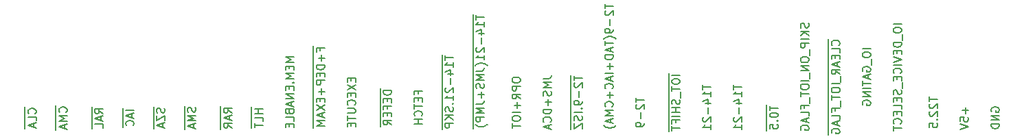
<source format=gbr>
G04 #@! TF.GenerationSoftware,KiCad,Pcbnew,(5.1.10-1-10_14)*
G04 #@! TF.CreationDate,2022-02-06T21:24:09+11:00*
G04 #@! TF.ProjectId,educ 8 decoder,65647563-2038-4206-9465-636f6465722e,rev?*
G04 #@! TF.SameCoordinates,Original*
G04 #@! TF.FileFunction,Legend,Bot*
G04 #@! TF.FilePolarity,Positive*
%FSLAX46Y46*%
G04 Gerber Fmt 4.6, Leading zero omitted, Abs format (unit mm)*
G04 Created by KiCad (PCBNEW (5.1.10-1-10_14)) date 2022-02-06 21:24:09*
%MOMM*%
%LPD*%
G01*
G04 APERTURE LIST*
%ADD10C,0.150000*%
G04 APERTURE END LIST*
D10*
X265400000Y-235268095D02*
X265352380Y-235172857D01*
X265352380Y-235030000D01*
X265400000Y-234887142D01*
X265495238Y-234791904D01*
X265590476Y-234744285D01*
X265780952Y-234696666D01*
X265923809Y-234696666D01*
X266114285Y-234744285D01*
X266209523Y-234791904D01*
X266304761Y-234887142D01*
X266352380Y-235030000D01*
X266352380Y-235125238D01*
X266304761Y-235268095D01*
X266257142Y-235315714D01*
X265923809Y-235315714D01*
X265923809Y-235125238D01*
X266352380Y-235744285D02*
X265352380Y-235744285D01*
X266352380Y-236315714D01*
X265352380Y-236315714D01*
X266352380Y-236791904D02*
X265352380Y-236791904D01*
X265352380Y-237030000D01*
X265400000Y-237172857D01*
X265495238Y-237268095D01*
X265590476Y-237315714D01*
X265780952Y-237363333D01*
X265923809Y-237363333D01*
X266114285Y-237315714D01*
X266209523Y-237268095D01*
X266304761Y-237172857D01*
X266352380Y-237030000D01*
X266352380Y-236791904D01*
X262161428Y-234744285D02*
X262161428Y-235506190D01*
X262542380Y-235125238D02*
X261780476Y-235125238D01*
X261542380Y-236458571D02*
X261542380Y-235982380D01*
X262018571Y-235934761D01*
X261970952Y-235982380D01*
X261923333Y-236077619D01*
X261923333Y-236315714D01*
X261970952Y-236410952D01*
X262018571Y-236458571D01*
X262113809Y-236506190D01*
X262351904Y-236506190D01*
X262447142Y-236458571D01*
X262494761Y-236410952D01*
X262542380Y-236315714D01*
X262542380Y-236077619D01*
X262494761Y-235982380D01*
X262447142Y-235934761D01*
X261542380Y-236791904D02*
X262542380Y-237125238D01*
X261542380Y-237458571D01*
X257732380Y-233442619D02*
X257732380Y-234014047D01*
X258732380Y-233728333D02*
X257732380Y-233728333D01*
X257827619Y-234299761D02*
X257780000Y-234347380D01*
X257732380Y-234442619D01*
X257732380Y-234680714D01*
X257780000Y-234775952D01*
X257827619Y-234823571D01*
X257922857Y-234871190D01*
X258018095Y-234871190D01*
X258160952Y-234823571D01*
X258732380Y-234252142D01*
X258732380Y-234871190D01*
X257827619Y-235252142D02*
X257780000Y-235299761D01*
X257732380Y-235395000D01*
X257732380Y-235633095D01*
X257780000Y-235728333D01*
X257827619Y-235775952D01*
X257922857Y-235823571D01*
X258018095Y-235823571D01*
X258160952Y-235775952D01*
X258732380Y-235204523D01*
X258732380Y-235823571D01*
X258637142Y-236252142D02*
X258684761Y-236299761D01*
X258732380Y-236252142D01*
X258684761Y-236204523D01*
X258637142Y-236252142D01*
X258732380Y-236252142D01*
X257732380Y-237204523D02*
X257732380Y-236728333D01*
X258208571Y-236680714D01*
X258160952Y-236728333D01*
X258113333Y-236823571D01*
X258113333Y-237061666D01*
X258160952Y-237156904D01*
X258208571Y-237204523D01*
X258303809Y-237252142D01*
X258541904Y-237252142D01*
X258637142Y-237204523D01*
X258684761Y-237156904D01*
X258732380Y-237061666D01*
X258732380Y-236823571D01*
X258684761Y-236728333D01*
X258637142Y-236680714D01*
X254287380Y-224426190D02*
X253287380Y-224426190D01*
X253287380Y-225092857D02*
X253287380Y-225283333D01*
X253335000Y-225378571D01*
X253430238Y-225473809D01*
X253620714Y-225521428D01*
X253954047Y-225521428D01*
X254144523Y-225473809D01*
X254239761Y-225378571D01*
X254287380Y-225283333D01*
X254287380Y-225092857D01*
X254239761Y-224997619D01*
X254144523Y-224902380D01*
X253954047Y-224854761D01*
X253620714Y-224854761D01*
X253430238Y-224902380D01*
X253335000Y-224997619D01*
X253287380Y-225092857D01*
X254382619Y-225711904D02*
X254382619Y-226473809D01*
X254287380Y-226711904D02*
X253287380Y-226711904D01*
X253287380Y-226950000D01*
X253335000Y-227092857D01*
X253430238Y-227188095D01*
X253525476Y-227235714D01*
X253715952Y-227283333D01*
X253858809Y-227283333D01*
X254049285Y-227235714D01*
X254144523Y-227188095D01*
X254239761Y-227092857D01*
X254287380Y-226950000D01*
X254287380Y-226711904D01*
X253763571Y-227711904D02*
X253763571Y-228045238D01*
X254287380Y-228188095D02*
X254287380Y-227711904D01*
X253287380Y-227711904D01*
X253287380Y-228188095D01*
X253287380Y-228473809D02*
X254287380Y-228807142D01*
X253287380Y-229140476D01*
X254287380Y-229473809D02*
X253287380Y-229473809D01*
X254192142Y-230521428D02*
X254239761Y-230473809D01*
X254287380Y-230330952D01*
X254287380Y-230235714D01*
X254239761Y-230092857D01*
X254144523Y-229997619D01*
X254049285Y-229950000D01*
X253858809Y-229902380D01*
X253715952Y-229902380D01*
X253525476Y-229950000D01*
X253430238Y-229997619D01*
X253335000Y-230092857D01*
X253287380Y-230235714D01*
X253287380Y-230330952D01*
X253335000Y-230473809D01*
X253382619Y-230521428D01*
X253763571Y-230950000D02*
X253763571Y-231283333D01*
X254287380Y-231426190D02*
X254287380Y-230950000D01*
X253287380Y-230950000D01*
X253287380Y-231426190D01*
X254382619Y-231616666D02*
X254382619Y-232378571D01*
X254239761Y-232569047D02*
X254287380Y-232711904D01*
X254287380Y-232950000D01*
X254239761Y-233045238D01*
X254192142Y-233092857D01*
X254096904Y-233140476D01*
X254001666Y-233140476D01*
X253906428Y-233092857D01*
X253858809Y-233045238D01*
X253811190Y-232950000D01*
X253763571Y-232759523D01*
X253715952Y-232664285D01*
X253668333Y-232616666D01*
X253573095Y-232569047D01*
X253477857Y-232569047D01*
X253382619Y-232616666D01*
X253335000Y-232664285D01*
X253287380Y-232759523D01*
X253287380Y-232997619D01*
X253335000Y-233140476D01*
X253763571Y-233569047D02*
X253763571Y-233902380D01*
X254287380Y-234045238D02*
X254287380Y-233569047D01*
X253287380Y-233569047D01*
X253287380Y-234045238D01*
X254287380Y-234950000D02*
X254287380Y-234473809D01*
X253287380Y-234473809D01*
X253763571Y-235283333D02*
X253763571Y-235616666D01*
X254287380Y-235759523D02*
X254287380Y-235283333D01*
X253287380Y-235283333D01*
X253287380Y-235759523D01*
X254192142Y-236759523D02*
X254239761Y-236711904D01*
X254287380Y-236569047D01*
X254287380Y-236473809D01*
X254239761Y-236330952D01*
X254144523Y-236235714D01*
X254049285Y-236188095D01*
X253858809Y-236140476D01*
X253715952Y-236140476D01*
X253525476Y-236188095D01*
X253430238Y-236235714D01*
X253335000Y-236330952D01*
X253287380Y-236473809D01*
X253287380Y-236569047D01*
X253335000Y-236711904D01*
X253382619Y-236759523D01*
X253287380Y-237045238D02*
X253287380Y-237616666D01*
X254287380Y-237330952D02*
X253287380Y-237330952D01*
X250477380Y-227473809D02*
X249477380Y-227473809D01*
X249477380Y-228140476D02*
X249477380Y-228330952D01*
X249525000Y-228426190D01*
X249620238Y-228521428D01*
X249810714Y-228569047D01*
X250144047Y-228569047D01*
X250334523Y-228521428D01*
X250429761Y-228426190D01*
X250477380Y-228330952D01*
X250477380Y-228140476D01*
X250429761Y-228045238D01*
X250334523Y-227950000D01*
X250144047Y-227902380D01*
X249810714Y-227902380D01*
X249620238Y-227950000D01*
X249525000Y-228045238D01*
X249477380Y-228140476D01*
X250572619Y-228759523D02*
X250572619Y-229521428D01*
X249525000Y-230283333D02*
X249477380Y-230188095D01*
X249477380Y-230045238D01*
X249525000Y-229902380D01*
X249620238Y-229807142D01*
X249715476Y-229759523D01*
X249905952Y-229711904D01*
X250048809Y-229711904D01*
X250239285Y-229759523D01*
X250334523Y-229807142D01*
X250429761Y-229902380D01*
X250477380Y-230045238D01*
X250477380Y-230140476D01*
X250429761Y-230283333D01*
X250382142Y-230330952D01*
X250048809Y-230330952D01*
X250048809Y-230140476D01*
X250191666Y-230711904D02*
X250191666Y-231188095D01*
X250477380Y-230616666D02*
X249477380Y-230950000D01*
X250477380Y-231283333D01*
X249477380Y-231473809D02*
X249477380Y-232045238D01*
X250477380Y-231759523D02*
X249477380Y-231759523D01*
X250477380Y-232378571D02*
X249477380Y-232378571D01*
X250477380Y-232854761D02*
X249477380Y-232854761D01*
X250477380Y-233426190D01*
X249477380Y-233426190D01*
X249525000Y-234426190D02*
X249477380Y-234330952D01*
X249477380Y-234188095D01*
X249525000Y-234045238D01*
X249620238Y-233950000D01*
X249715476Y-233902380D01*
X249905952Y-233854761D01*
X250048809Y-233854761D01*
X250239285Y-233902380D01*
X250334523Y-233950000D01*
X250429761Y-234045238D01*
X250477380Y-234188095D01*
X250477380Y-234283333D01*
X250429761Y-234426190D01*
X250382142Y-234473809D01*
X250048809Y-234473809D01*
X250048809Y-234283333D01*
X245300000Y-226267619D02*
X245300000Y-227267619D01*
X246572142Y-227077142D02*
X246619761Y-227029523D01*
X246667380Y-226886666D01*
X246667380Y-226791428D01*
X246619761Y-226648571D01*
X246524523Y-226553333D01*
X246429285Y-226505714D01*
X246238809Y-226458095D01*
X246095952Y-226458095D01*
X245905476Y-226505714D01*
X245810238Y-226553333D01*
X245715000Y-226648571D01*
X245667380Y-226791428D01*
X245667380Y-226886666D01*
X245715000Y-227029523D01*
X245762619Y-227077142D01*
X245300000Y-227267619D02*
X245300000Y-228077142D01*
X246667380Y-227981904D02*
X246667380Y-227505714D01*
X245667380Y-227505714D01*
X245300000Y-228077142D02*
X245300000Y-228981904D01*
X246143571Y-228315238D02*
X246143571Y-228648571D01*
X246667380Y-228791428D02*
X246667380Y-228315238D01*
X245667380Y-228315238D01*
X245667380Y-228791428D01*
X245300000Y-228981904D02*
X245300000Y-229839047D01*
X246381666Y-229172380D02*
X246381666Y-229648571D01*
X246667380Y-229077142D02*
X245667380Y-229410476D01*
X246667380Y-229743809D01*
X245300000Y-229839047D02*
X245300000Y-230839047D01*
X246667380Y-230648571D02*
X246191190Y-230315238D01*
X246667380Y-230077142D02*
X245667380Y-230077142D01*
X245667380Y-230458095D01*
X245715000Y-230553333D01*
X245762619Y-230600952D01*
X245857857Y-230648571D01*
X246000714Y-230648571D01*
X246095952Y-230600952D01*
X246143571Y-230553333D01*
X246191190Y-230458095D01*
X246191190Y-230077142D01*
X245300000Y-230839047D02*
X245300000Y-231600952D01*
X246762619Y-230839047D02*
X246762619Y-231600952D01*
X245300000Y-231600952D02*
X245300000Y-232077142D01*
X246667380Y-231839047D02*
X245667380Y-231839047D01*
X245300000Y-232077142D02*
X245300000Y-233124761D01*
X245667380Y-232505714D02*
X245667380Y-232696190D01*
X245715000Y-232791428D01*
X245810238Y-232886666D01*
X246000714Y-232934285D01*
X246334047Y-232934285D01*
X246524523Y-232886666D01*
X246619761Y-232791428D01*
X246667380Y-232696190D01*
X246667380Y-232505714D01*
X246619761Y-232410476D01*
X246524523Y-232315238D01*
X246334047Y-232267619D01*
X246000714Y-232267619D01*
X245810238Y-232315238D01*
X245715000Y-232410476D01*
X245667380Y-232505714D01*
X245300000Y-233124761D02*
X245300000Y-233886666D01*
X245667380Y-233220000D02*
X245667380Y-233791428D01*
X246667380Y-233505714D02*
X245667380Y-233505714D01*
X245300000Y-233886666D02*
X245300000Y-234648571D01*
X246762619Y-233886666D02*
X246762619Y-234648571D01*
X245300000Y-234648571D02*
X245300000Y-235505714D01*
X246143571Y-235220000D02*
X246143571Y-234886666D01*
X246667380Y-234886666D02*
X245667380Y-234886666D01*
X245667380Y-235362857D01*
X245300000Y-235505714D02*
X245300000Y-236315238D01*
X246667380Y-236220000D02*
X246667380Y-235743809D01*
X245667380Y-235743809D01*
X245300000Y-236315238D02*
X245300000Y-237172380D01*
X246381666Y-236505714D02*
X246381666Y-236981904D01*
X246667380Y-236410476D02*
X245667380Y-236743809D01*
X246667380Y-237077142D01*
X245300000Y-237172380D02*
X245300000Y-238172380D01*
X245715000Y-237934285D02*
X245667380Y-237839047D01*
X245667380Y-237696190D01*
X245715000Y-237553333D01*
X245810238Y-237458095D01*
X245905476Y-237410476D01*
X246095952Y-237362857D01*
X246238809Y-237362857D01*
X246429285Y-237410476D01*
X246524523Y-237458095D01*
X246619761Y-237553333D01*
X246667380Y-237696190D01*
X246667380Y-237791428D01*
X246619761Y-237934285D01*
X246572142Y-237981904D01*
X246238809Y-237981904D01*
X246238809Y-237791428D01*
X242809761Y-224330952D02*
X242857380Y-224473809D01*
X242857380Y-224711904D01*
X242809761Y-224807142D01*
X242762142Y-224854761D01*
X242666904Y-224902380D01*
X242571666Y-224902380D01*
X242476428Y-224854761D01*
X242428809Y-224807142D01*
X242381190Y-224711904D01*
X242333571Y-224521428D01*
X242285952Y-224426190D01*
X242238333Y-224378571D01*
X242143095Y-224330952D01*
X242047857Y-224330952D01*
X241952619Y-224378571D01*
X241905000Y-224426190D01*
X241857380Y-224521428D01*
X241857380Y-224759523D01*
X241905000Y-224902380D01*
X242857380Y-225330952D02*
X241857380Y-225330952D01*
X242857380Y-225902380D02*
X242285952Y-225473809D01*
X241857380Y-225902380D02*
X242428809Y-225330952D01*
X242857380Y-226330952D02*
X241857380Y-226330952D01*
X242857380Y-226807142D02*
X241857380Y-226807142D01*
X241857380Y-227188095D01*
X241905000Y-227283333D01*
X241952619Y-227330952D01*
X242047857Y-227378571D01*
X242190714Y-227378571D01*
X242285952Y-227330952D01*
X242333571Y-227283333D01*
X242381190Y-227188095D01*
X242381190Y-226807142D01*
X242952619Y-227569047D02*
X242952619Y-228330952D01*
X241857380Y-228759523D02*
X241857380Y-228950000D01*
X241905000Y-229045238D01*
X242000238Y-229140476D01*
X242190714Y-229188095D01*
X242524047Y-229188095D01*
X242714523Y-229140476D01*
X242809761Y-229045238D01*
X242857380Y-228950000D01*
X242857380Y-228759523D01*
X242809761Y-228664285D01*
X242714523Y-228569047D01*
X242524047Y-228521428D01*
X242190714Y-228521428D01*
X242000238Y-228569047D01*
X241905000Y-228664285D01*
X241857380Y-228759523D01*
X242857380Y-229616666D02*
X241857380Y-229616666D01*
X242857380Y-230188095D01*
X241857380Y-230188095D01*
X242952619Y-230426190D02*
X242952619Y-231188095D01*
X242857380Y-231426190D02*
X241857380Y-231426190D01*
X241857380Y-232092857D02*
X241857380Y-232283333D01*
X241905000Y-232378571D01*
X242000238Y-232473809D01*
X242190714Y-232521428D01*
X242524047Y-232521428D01*
X242714523Y-232473809D01*
X242809761Y-232378571D01*
X242857380Y-232283333D01*
X242857380Y-232092857D01*
X242809761Y-231997619D01*
X242714523Y-231902380D01*
X242524047Y-231854761D01*
X242190714Y-231854761D01*
X242000238Y-231902380D01*
X241905000Y-231997619D01*
X241857380Y-232092857D01*
X241857380Y-232807142D02*
X241857380Y-233378571D01*
X242857380Y-233092857D02*
X241857380Y-233092857D01*
X242952619Y-233473809D02*
X242952619Y-234235714D01*
X242333571Y-234807142D02*
X242333571Y-234473809D01*
X242857380Y-234473809D02*
X241857380Y-234473809D01*
X241857380Y-234950000D01*
X242857380Y-235807142D02*
X242857380Y-235330952D01*
X241857380Y-235330952D01*
X242571666Y-236092857D02*
X242571666Y-236569047D01*
X242857380Y-235997619D02*
X241857380Y-236330952D01*
X242857380Y-236664285D01*
X241905000Y-237521428D02*
X241857380Y-237426190D01*
X241857380Y-237283333D01*
X241905000Y-237140476D01*
X242000238Y-237045238D01*
X242095476Y-236997619D01*
X242285952Y-236950000D01*
X242428809Y-236950000D01*
X242619285Y-236997619D01*
X242714523Y-237045238D01*
X242809761Y-237140476D01*
X242857380Y-237283333D01*
X242857380Y-237378571D01*
X242809761Y-237521428D01*
X242762142Y-237569047D01*
X242428809Y-237569047D01*
X242428809Y-237378571D01*
X237680000Y-234458571D02*
X237680000Y-235220476D01*
X238047380Y-234553809D02*
X238047380Y-235125238D01*
X239047380Y-234839523D02*
X238047380Y-234839523D01*
X237680000Y-235220476D02*
X237680000Y-236172857D01*
X238047380Y-235649047D02*
X238047380Y-235744285D01*
X238095000Y-235839523D01*
X238142619Y-235887142D01*
X238237857Y-235934761D01*
X238428333Y-235982380D01*
X238666428Y-235982380D01*
X238856904Y-235934761D01*
X238952142Y-235887142D01*
X238999761Y-235839523D01*
X239047380Y-235744285D01*
X239047380Y-235649047D01*
X238999761Y-235553809D01*
X238952142Y-235506190D01*
X238856904Y-235458571D01*
X238666428Y-235410952D01*
X238428333Y-235410952D01*
X238237857Y-235458571D01*
X238142619Y-235506190D01*
X238095000Y-235553809D01*
X238047380Y-235649047D01*
X237680000Y-236172857D02*
X237680000Y-236649047D01*
X238952142Y-236410952D02*
X238999761Y-236458571D01*
X239047380Y-236410952D01*
X238999761Y-236363333D01*
X238952142Y-236410952D01*
X239047380Y-236410952D01*
X237680000Y-236649047D02*
X237680000Y-237601428D01*
X238047380Y-237363333D02*
X238047380Y-236887142D01*
X238523571Y-236839523D01*
X238475952Y-236887142D01*
X238428333Y-236982380D01*
X238428333Y-237220476D01*
X238475952Y-237315714D01*
X238523571Y-237363333D01*
X238618809Y-237410952D01*
X238856904Y-237410952D01*
X238952142Y-237363333D01*
X238999761Y-237315714D01*
X239047380Y-237220476D01*
X239047380Y-236982380D01*
X238999761Y-236887142D01*
X238952142Y-236839523D01*
X233602380Y-231950476D02*
X233602380Y-232521904D01*
X234602380Y-232236190D02*
X233602380Y-232236190D01*
X234602380Y-233379047D02*
X234602380Y-232807619D01*
X234602380Y-233093333D02*
X233602380Y-233093333D01*
X233745238Y-232998095D01*
X233840476Y-232902857D01*
X233888095Y-232807619D01*
X233935714Y-234236190D02*
X234602380Y-234236190D01*
X233554761Y-233998095D02*
X234269047Y-233760000D01*
X234269047Y-234379047D01*
X234221428Y-234760000D02*
X234221428Y-235521904D01*
X233697619Y-235950476D02*
X233650000Y-235998095D01*
X233602380Y-236093333D01*
X233602380Y-236331428D01*
X233650000Y-236426666D01*
X233697619Y-236474285D01*
X233792857Y-236521904D01*
X233888095Y-236521904D01*
X234030952Y-236474285D01*
X234602380Y-235902857D01*
X234602380Y-236521904D01*
X234602380Y-237474285D02*
X234602380Y-236902857D01*
X234602380Y-237188571D02*
X233602380Y-237188571D01*
X233745238Y-237093333D01*
X233840476Y-236998095D01*
X233888095Y-236902857D01*
X229792380Y-231950476D02*
X229792380Y-232521904D01*
X230792380Y-232236190D02*
X229792380Y-232236190D01*
X230792380Y-233379047D02*
X230792380Y-232807619D01*
X230792380Y-233093333D02*
X229792380Y-233093333D01*
X229935238Y-232998095D01*
X230030476Y-232902857D01*
X230078095Y-232807619D01*
X230125714Y-234236190D02*
X230792380Y-234236190D01*
X229744761Y-233998095D02*
X230459047Y-233760000D01*
X230459047Y-234379047D01*
X230411428Y-234760000D02*
X230411428Y-235521904D01*
X229887619Y-235950476D02*
X229840000Y-235998095D01*
X229792380Y-236093333D01*
X229792380Y-236331428D01*
X229840000Y-236426666D01*
X229887619Y-236474285D01*
X229982857Y-236521904D01*
X230078095Y-236521904D01*
X230220952Y-236474285D01*
X230792380Y-235902857D01*
X230792380Y-236521904D01*
X230792380Y-237474285D02*
X230792380Y-236902857D01*
X230792380Y-237188571D02*
X229792380Y-237188571D01*
X229935238Y-237093333D01*
X230030476Y-236998095D01*
X230078095Y-236902857D01*
X225615000Y-230553571D02*
X225615000Y-231029761D01*
X226982380Y-230791666D02*
X225982380Y-230791666D01*
X225615000Y-231029761D02*
X225615000Y-232077380D01*
X225982380Y-231458333D02*
X225982380Y-231648809D01*
X226030000Y-231744047D01*
X226125238Y-231839285D01*
X226315714Y-231886904D01*
X226649047Y-231886904D01*
X226839523Y-231839285D01*
X226934761Y-231744047D01*
X226982380Y-231648809D01*
X226982380Y-231458333D01*
X226934761Y-231363095D01*
X226839523Y-231267857D01*
X226649047Y-231220238D01*
X226315714Y-231220238D01*
X226125238Y-231267857D01*
X226030000Y-231363095D01*
X225982380Y-231458333D01*
X225615000Y-232077380D02*
X225615000Y-232839285D01*
X225982380Y-232172619D02*
X225982380Y-232744047D01*
X226982380Y-232458333D02*
X225982380Y-232458333D01*
X225615000Y-232839285D02*
X225615000Y-233601190D01*
X227077619Y-232839285D02*
X227077619Y-233601190D01*
X225615000Y-233601190D02*
X225615000Y-234553571D01*
X226934761Y-233791666D02*
X226982380Y-233934523D01*
X226982380Y-234172619D01*
X226934761Y-234267857D01*
X226887142Y-234315476D01*
X226791904Y-234363095D01*
X226696666Y-234363095D01*
X226601428Y-234315476D01*
X226553809Y-234267857D01*
X226506190Y-234172619D01*
X226458571Y-233982142D01*
X226410952Y-233886904D01*
X226363333Y-233839285D01*
X226268095Y-233791666D01*
X226172857Y-233791666D01*
X226077619Y-233839285D01*
X226030000Y-233886904D01*
X225982380Y-233982142D01*
X225982380Y-234220238D01*
X226030000Y-234363095D01*
X225615000Y-234553571D02*
X225615000Y-235601190D01*
X226982380Y-234791666D02*
X225982380Y-234791666D01*
X226458571Y-234791666D02*
X226458571Y-235363095D01*
X226982380Y-235363095D02*
X225982380Y-235363095D01*
X225615000Y-235601190D02*
X225615000Y-236077380D01*
X226982380Y-235839285D02*
X225982380Y-235839285D01*
X225615000Y-236077380D02*
X225615000Y-236934523D01*
X226458571Y-236648809D02*
X226458571Y-236315476D01*
X226982380Y-236315476D02*
X225982380Y-236315476D01*
X225982380Y-236791666D01*
X225615000Y-236934523D02*
X225615000Y-237696428D01*
X225982380Y-237029761D02*
X225982380Y-237601190D01*
X226982380Y-237315476D02*
X225982380Y-237315476D01*
X221537380Y-233537857D02*
X221537380Y-234109285D01*
X222537380Y-233823571D02*
X221537380Y-233823571D01*
X221632619Y-234395000D02*
X221585000Y-234442619D01*
X221537380Y-234537857D01*
X221537380Y-234775952D01*
X221585000Y-234871190D01*
X221632619Y-234918809D01*
X221727857Y-234966428D01*
X221823095Y-234966428D01*
X221965952Y-234918809D01*
X222537380Y-234347380D01*
X222537380Y-234966428D01*
X222156428Y-235395000D02*
X222156428Y-236156904D01*
X222537380Y-236680714D02*
X222537380Y-236871190D01*
X222489761Y-236966428D01*
X222442142Y-237014047D01*
X222299285Y-237109285D01*
X222108809Y-237156904D01*
X221727857Y-237156904D01*
X221632619Y-237109285D01*
X221585000Y-237061666D01*
X221537380Y-236966428D01*
X221537380Y-236775952D01*
X221585000Y-236680714D01*
X221632619Y-236633095D01*
X221727857Y-236585476D01*
X221965952Y-236585476D01*
X222061190Y-236633095D01*
X222108809Y-236680714D01*
X222156428Y-236775952D01*
X222156428Y-236966428D01*
X222108809Y-237061666D01*
X222061190Y-237109285D01*
X221965952Y-237156904D01*
X217727380Y-221941904D02*
X217727380Y-222513333D01*
X218727380Y-222227619D02*
X217727380Y-222227619D01*
X217822619Y-222799047D02*
X217775000Y-222846666D01*
X217727380Y-222941904D01*
X217727380Y-223180000D01*
X217775000Y-223275238D01*
X217822619Y-223322857D01*
X217917857Y-223370476D01*
X218013095Y-223370476D01*
X218155952Y-223322857D01*
X218727380Y-222751428D01*
X218727380Y-223370476D01*
X218346428Y-223799047D02*
X218346428Y-224560952D01*
X218727380Y-225084761D02*
X218727380Y-225275238D01*
X218679761Y-225370476D01*
X218632142Y-225418095D01*
X218489285Y-225513333D01*
X218298809Y-225560952D01*
X217917857Y-225560952D01*
X217822619Y-225513333D01*
X217775000Y-225465714D01*
X217727380Y-225370476D01*
X217727380Y-225180000D01*
X217775000Y-225084761D01*
X217822619Y-225037142D01*
X217917857Y-224989523D01*
X218155952Y-224989523D01*
X218251190Y-225037142D01*
X218298809Y-225084761D01*
X218346428Y-225180000D01*
X218346428Y-225370476D01*
X218298809Y-225465714D01*
X218251190Y-225513333D01*
X218155952Y-225560952D01*
X219108333Y-226275238D02*
X219060714Y-226227619D01*
X218917857Y-226132380D01*
X218822619Y-226084761D01*
X218679761Y-226037142D01*
X218441666Y-225989523D01*
X218251190Y-225989523D01*
X218013095Y-226037142D01*
X217870238Y-226084761D01*
X217775000Y-226132380D01*
X217632142Y-226227619D01*
X217584523Y-226275238D01*
X217727380Y-226513333D02*
X217727380Y-227084761D01*
X218727380Y-226799047D02*
X217727380Y-226799047D01*
X218441666Y-227370476D02*
X218441666Y-227846666D01*
X218727380Y-227275238D02*
X217727380Y-227608571D01*
X218727380Y-227941904D01*
X218727380Y-228275238D02*
X217727380Y-228275238D01*
X217727380Y-228513333D01*
X217775000Y-228656190D01*
X217870238Y-228751428D01*
X217965476Y-228799047D01*
X218155952Y-228846666D01*
X218298809Y-228846666D01*
X218489285Y-228799047D01*
X218584523Y-228751428D01*
X218679761Y-228656190D01*
X218727380Y-228513333D01*
X218727380Y-228275238D01*
X218346428Y-229275238D02*
X218346428Y-230037142D01*
X218727380Y-229656190D02*
X217965476Y-229656190D01*
X218727380Y-230513333D02*
X217727380Y-230513333D01*
X218441666Y-230941904D02*
X218441666Y-231418095D01*
X218727380Y-230846666D02*
X217727380Y-231180000D01*
X218727380Y-231513333D01*
X218632142Y-232418095D02*
X218679761Y-232370476D01*
X218727380Y-232227619D01*
X218727380Y-232132380D01*
X218679761Y-231989523D01*
X218584523Y-231894285D01*
X218489285Y-231846666D01*
X218298809Y-231799047D01*
X218155952Y-231799047D01*
X217965476Y-231846666D01*
X217870238Y-231894285D01*
X217775000Y-231989523D01*
X217727380Y-232132380D01*
X217727380Y-232227619D01*
X217775000Y-232370476D01*
X217822619Y-232418095D01*
X218346428Y-232846666D02*
X218346428Y-233608571D01*
X218727380Y-233227619D02*
X217965476Y-233227619D01*
X218632142Y-234656190D02*
X218679761Y-234608571D01*
X218727380Y-234465714D01*
X218727380Y-234370476D01*
X218679761Y-234227619D01*
X218584523Y-234132380D01*
X218489285Y-234084761D01*
X218298809Y-234037142D01*
X218155952Y-234037142D01*
X217965476Y-234084761D01*
X217870238Y-234132380D01*
X217775000Y-234227619D01*
X217727380Y-234370476D01*
X217727380Y-234465714D01*
X217775000Y-234608571D01*
X217822619Y-234656190D01*
X218727380Y-235084761D02*
X217727380Y-235084761D01*
X218441666Y-235418095D01*
X217727380Y-235751428D01*
X218727380Y-235751428D01*
X218441666Y-236180000D02*
X218441666Y-236656190D01*
X218727380Y-236084761D02*
X217727380Y-236418095D01*
X218727380Y-236751428D01*
X219108333Y-236989523D02*
X219060714Y-237037142D01*
X218917857Y-237132380D01*
X218822619Y-237180000D01*
X218679761Y-237227619D01*
X218441666Y-237275238D01*
X218251190Y-237275238D01*
X218013095Y-237227619D01*
X217870238Y-237180000D01*
X217775000Y-237132380D01*
X217632142Y-237037142D01*
X217584523Y-236989523D01*
X213550000Y-230744047D02*
X213550000Y-231505952D01*
X213917380Y-230839285D02*
X213917380Y-231410714D01*
X214917380Y-231125000D02*
X213917380Y-231125000D01*
X213550000Y-231505952D02*
X213550000Y-232458333D01*
X214012619Y-231696428D02*
X213965000Y-231744047D01*
X213917380Y-231839285D01*
X213917380Y-232077380D01*
X213965000Y-232172619D01*
X214012619Y-232220238D01*
X214107857Y-232267857D01*
X214203095Y-232267857D01*
X214345952Y-232220238D01*
X214917380Y-231648809D01*
X214917380Y-232267857D01*
X213550000Y-232458333D02*
X213550000Y-233696428D01*
X214536428Y-232696428D02*
X214536428Y-233458333D01*
X213550000Y-233696428D02*
X213550000Y-234648809D01*
X214917380Y-233982142D02*
X214917380Y-234172619D01*
X214869761Y-234267857D01*
X214822142Y-234315476D01*
X214679285Y-234410714D01*
X214488809Y-234458333D01*
X214107857Y-234458333D01*
X214012619Y-234410714D01*
X213965000Y-234363095D01*
X213917380Y-234267857D01*
X213917380Y-234077380D01*
X213965000Y-233982142D01*
X214012619Y-233934523D01*
X214107857Y-233886904D01*
X214345952Y-233886904D01*
X214441190Y-233934523D01*
X214488809Y-233982142D01*
X214536428Y-234077380D01*
X214536428Y-234267857D01*
X214488809Y-234363095D01*
X214441190Y-234410714D01*
X214345952Y-234458333D01*
X213550000Y-234648809D02*
X213550000Y-235125000D01*
X214822142Y-234886904D02*
X214869761Y-234934523D01*
X214917380Y-234886904D01*
X214869761Y-234839285D01*
X214822142Y-234886904D01*
X214917380Y-234886904D01*
X213550000Y-235125000D02*
X213550000Y-235601190D01*
X214917380Y-235363095D02*
X213917380Y-235363095D01*
X213550000Y-235601190D02*
X213550000Y-236553571D01*
X214869761Y-235791666D02*
X214917380Y-235934523D01*
X214917380Y-236172619D01*
X214869761Y-236267857D01*
X214822142Y-236315476D01*
X214726904Y-236363095D01*
X214631666Y-236363095D01*
X214536428Y-236315476D01*
X214488809Y-236267857D01*
X214441190Y-236172619D01*
X214393571Y-235982142D01*
X214345952Y-235886904D01*
X214298333Y-235839285D01*
X214203095Y-235791666D01*
X214107857Y-235791666D01*
X214012619Y-235839285D01*
X213965000Y-235886904D01*
X213917380Y-235982142D01*
X213917380Y-236220238D01*
X213965000Y-236363095D01*
X213550000Y-236553571D02*
X213550000Y-237505952D01*
X213917380Y-236696428D02*
X213917380Y-237363095D01*
X214917380Y-236696428D01*
X214917380Y-237363095D01*
X210107380Y-231172619D02*
X210821666Y-231172619D01*
X210964523Y-231125000D01*
X211059761Y-231029761D01*
X211107380Y-230886904D01*
X211107380Y-230791666D01*
X211107380Y-231648809D02*
X210107380Y-231648809D01*
X210821666Y-231982142D01*
X210107380Y-232315476D01*
X211107380Y-232315476D01*
X211059761Y-232744047D02*
X211107380Y-232886904D01*
X211107380Y-233125000D01*
X211059761Y-233220238D01*
X211012142Y-233267857D01*
X210916904Y-233315476D01*
X210821666Y-233315476D01*
X210726428Y-233267857D01*
X210678809Y-233220238D01*
X210631190Y-233125000D01*
X210583571Y-232934523D01*
X210535952Y-232839285D01*
X210488333Y-232791666D01*
X210393095Y-232744047D01*
X210297857Y-232744047D01*
X210202619Y-232791666D01*
X210155000Y-232839285D01*
X210107380Y-232934523D01*
X210107380Y-233172619D01*
X210155000Y-233315476D01*
X210726428Y-233744047D02*
X210726428Y-234505952D01*
X211107380Y-234125000D02*
X210345476Y-234125000D01*
X211107380Y-234982142D02*
X210107380Y-234982142D01*
X210107380Y-235220238D01*
X210155000Y-235363095D01*
X210250238Y-235458333D01*
X210345476Y-235505952D01*
X210535952Y-235553571D01*
X210678809Y-235553571D01*
X210869285Y-235505952D01*
X210964523Y-235458333D01*
X211059761Y-235363095D01*
X211107380Y-235220238D01*
X211107380Y-234982142D01*
X211012142Y-236553571D02*
X211059761Y-236505952D01*
X211107380Y-236363095D01*
X211107380Y-236267857D01*
X211059761Y-236125000D01*
X210964523Y-236029761D01*
X210869285Y-235982142D01*
X210678809Y-235934523D01*
X210535952Y-235934523D01*
X210345476Y-235982142D01*
X210250238Y-236029761D01*
X210155000Y-236125000D01*
X210107380Y-236267857D01*
X210107380Y-236363095D01*
X210155000Y-236505952D01*
X210202619Y-236553571D01*
X210821666Y-236934523D02*
X210821666Y-237410714D01*
X211107380Y-236839285D02*
X210107380Y-237172619D01*
X211107380Y-237505952D01*
X206297380Y-231267857D02*
X206297380Y-231458333D01*
X206345000Y-231553571D01*
X206440238Y-231648809D01*
X206630714Y-231696428D01*
X206964047Y-231696428D01*
X207154523Y-231648809D01*
X207249761Y-231553571D01*
X207297380Y-231458333D01*
X207297380Y-231267857D01*
X207249761Y-231172619D01*
X207154523Y-231077380D01*
X206964047Y-231029761D01*
X206630714Y-231029761D01*
X206440238Y-231077380D01*
X206345000Y-231172619D01*
X206297380Y-231267857D01*
X207297380Y-232125000D02*
X206297380Y-232125000D01*
X206297380Y-232505952D01*
X206345000Y-232601190D01*
X206392619Y-232648809D01*
X206487857Y-232696428D01*
X206630714Y-232696428D01*
X206725952Y-232648809D01*
X206773571Y-232601190D01*
X206821190Y-232505952D01*
X206821190Y-232125000D01*
X207297380Y-233696428D02*
X206821190Y-233363095D01*
X207297380Y-233125000D02*
X206297380Y-233125000D01*
X206297380Y-233505952D01*
X206345000Y-233601190D01*
X206392619Y-233648809D01*
X206487857Y-233696428D01*
X206630714Y-233696428D01*
X206725952Y-233648809D01*
X206773571Y-233601190D01*
X206821190Y-233505952D01*
X206821190Y-233125000D01*
X206916428Y-234125000D02*
X206916428Y-234886904D01*
X207297380Y-234505952D02*
X206535476Y-234505952D01*
X207297380Y-235363095D02*
X206297380Y-235363095D01*
X206297380Y-236029761D02*
X206297380Y-236220238D01*
X206345000Y-236315476D01*
X206440238Y-236410714D01*
X206630714Y-236458333D01*
X206964047Y-236458333D01*
X207154523Y-236410714D01*
X207249761Y-236315476D01*
X207297380Y-236220238D01*
X207297380Y-236029761D01*
X207249761Y-235934523D01*
X207154523Y-235839285D01*
X206964047Y-235791666D01*
X206630714Y-235791666D01*
X206440238Y-235839285D01*
X206345000Y-235934523D01*
X206297380Y-236029761D01*
X206297380Y-236744047D02*
X206297380Y-237315476D01*
X207297380Y-237029761D02*
X206297380Y-237029761D01*
X201485000Y-223243571D02*
X201485000Y-224005476D01*
X201852380Y-223338809D02*
X201852380Y-223910238D01*
X202852380Y-223624523D02*
X201852380Y-223624523D01*
X201485000Y-224005476D02*
X201485000Y-224957857D01*
X202852380Y-224767380D02*
X202852380Y-224195952D01*
X202852380Y-224481666D02*
X201852380Y-224481666D01*
X201995238Y-224386428D01*
X202090476Y-224291190D01*
X202138095Y-224195952D01*
X201485000Y-224957857D02*
X201485000Y-225910238D01*
X202185714Y-225624523D02*
X202852380Y-225624523D01*
X201804761Y-225386428D02*
X202519047Y-225148333D01*
X202519047Y-225767380D01*
X201485000Y-225910238D02*
X201485000Y-227148333D01*
X202471428Y-226148333D02*
X202471428Y-226910238D01*
X201485000Y-227148333D02*
X201485000Y-228100714D01*
X201947619Y-227338809D02*
X201900000Y-227386428D01*
X201852380Y-227481666D01*
X201852380Y-227719761D01*
X201900000Y-227815000D01*
X201947619Y-227862619D01*
X202042857Y-227910238D01*
X202138095Y-227910238D01*
X202280952Y-227862619D01*
X202852380Y-227291190D01*
X202852380Y-227910238D01*
X201485000Y-228100714D02*
X201485000Y-229053095D01*
X202852380Y-228862619D02*
X202852380Y-228291190D01*
X202852380Y-228576904D02*
X201852380Y-228576904D01*
X201995238Y-228481666D01*
X202090476Y-228386428D01*
X202138095Y-228291190D01*
X201485000Y-229053095D02*
X201485000Y-229719761D01*
X203233333Y-229576904D02*
X203185714Y-229529285D01*
X203042857Y-229434047D01*
X202947619Y-229386428D01*
X202804761Y-229338809D01*
X202566666Y-229291190D01*
X202376190Y-229291190D01*
X202138095Y-229338809D01*
X201995238Y-229386428D01*
X201900000Y-229434047D01*
X201757142Y-229529285D01*
X201709523Y-229576904D01*
X201485000Y-229719761D02*
X201485000Y-230481666D01*
X201852380Y-230243571D02*
X202566666Y-230243571D01*
X202709523Y-230195952D01*
X202804761Y-230100714D01*
X202852380Y-229957857D01*
X202852380Y-229862619D01*
X201485000Y-230481666D02*
X201485000Y-231624523D01*
X202852380Y-230719761D02*
X201852380Y-230719761D01*
X202566666Y-231053095D01*
X201852380Y-231386428D01*
X202852380Y-231386428D01*
X201485000Y-231624523D02*
X201485000Y-232576904D01*
X202804761Y-231815000D02*
X202852380Y-231957857D01*
X202852380Y-232195952D01*
X202804761Y-232291190D01*
X202757142Y-232338809D01*
X202661904Y-232386428D01*
X202566666Y-232386428D01*
X202471428Y-232338809D01*
X202423809Y-232291190D01*
X202376190Y-232195952D01*
X202328571Y-232005476D01*
X202280952Y-231910238D01*
X202233333Y-231862619D01*
X202138095Y-231815000D01*
X202042857Y-231815000D01*
X201947619Y-231862619D01*
X201900000Y-231910238D01*
X201852380Y-232005476D01*
X201852380Y-232243571D01*
X201900000Y-232386428D01*
X201485000Y-232576904D02*
X201485000Y-233815000D01*
X202471428Y-232815000D02*
X202471428Y-233576904D01*
X202852380Y-233195952D02*
X202090476Y-233195952D01*
X201485000Y-233815000D02*
X201485000Y-234576904D01*
X201852380Y-234338809D02*
X202566666Y-234338809D01*
X202709523Y-234291190D01*
X202804761Y-234195952D01*
X202852380Y-234053095D01*
X202852380Y-233957857D01*
X201485000Y-234576904D02*
X201485000Y-235719761D01*
X202852380Y-234815000D02*
X201852380Y-234815000D01*
X202566666Y-235148333D01*
X201852380Y-235481666D01*
X202852380Y-235481666D01*
X201485000Y-235719761D02*
X201485000Y-236719761D01*
X202852380Y-235957857D02*
X201852380Y-235957857D01*
X201852380Y-236338809D01*
X201900000Y-236434047D01*
X201947619Y-236481666D01*
X202042857Y-236529285D01*
X202185714Y-236529285D01*
X202280952Y-236481666D01*
X202328571Y-236434047D01*
X202376190Y-236338809D01*
X202376190Y-235957857D01*
X201485000Y-236719761D02*
X201485000Y-237386428D01*
X203233333Y-236862619D02*
X203185714Y-236910238D01*
X203042857Y-237005476D01*
X202947619Y-237053095D01*
X202804761Y-237100714D01*
X202566666Y-237148333D01*
X202376190Y-237148333D01*
X202138095Y-237100714D01*
X201995238Y-237053095D01*
X201900000Y-237005476D01*
X201757142Y-236910238D01*
X201709523Y-236862619D01*
X197675000Y-228235952D02*
X197675000Y-228997857D01*
X198042380Y-228331190D02*
X198042380Y-228902619D01*
X199042380Y-228616904D02*
X198042380Y-228616904D01*
X197675000Y-228997857D02*
X197675000Y-229950238D01*
X199042380Y-229759761D02*
X199042380Y-229188333D01*
X199042380Y-229474047D02*
X198042380Y-229474047D01*
X198185238Y-229378809D01*
X198280476Y-229283571D01*
X198328095Y-229188333D01*
X197675000Y-229950238D02*
X197675000Y-230902619D01*
X198375714Y-230616904D02*
X199042380Y-230616904D01*
X197994761Y-230378809D02*
X198709047Y-230140714D01*
X198709047Y-230759761D01*
X197675000Y-230902619D02*
X197675000Y-232140714D01*
X198661428Y-231140714D02*
X198661428Y-231902619D01*
X197675000Y-232140714D02*
X197675000Y-233093095D01*
X198137619Y-232331190D02*
X198090000Y-232378809D01*
X198042380Y-232474047D01*
X198042380Y-232712142D01*
X198090000Y-232807380D01*
X198137619Y-232855000D01*
X198232857Y-232902619D01*
X198328095Y-232902619D01*
X198470952Y-232855000D01*
X199042380Y-232283571D01*
X199042380Y-232902619D01*
X197675000Y-233093095D02*
X197675000Y-234045476D01*
X199042380Y-233855000D02*
X199042380Y-233283571D01*
X199042380Y-233569285D02*
X198042380Y-233569285D01*
X198185238Y-233474047D01*
X198280476Y-233378809D01*
X198328095Y-233283571D01*
X197675000Y-234045476D02*
X197675000Y-234521666D01*
X198947142Y-234283571D02*
X198994761Y-234331190D01*
X199042380Y-234283571D01*
X198994761Y-234235952D01*
X198947142Y-234283571D01*
X199042380Y-234283571D01*
X197675000Y-234521666D02*
X197675000Y-235474047D01*
X198994761Y-234712142D02*
X199042380Y-234855000D01*
X199042380Y-235093095D01*
X198994761Y-235188333D01*
X198947142Y-235235952D01*
X198851904Y-235283571D01*
X198756666Y-235283571D01*
X198661428Y-235235952D01*
X198613809Y-235188333D01*
X198566190Y-235093095D01*
X198518571Y-234902619D01*
X198470952Y-234807380D01*
X198423333Y-234759761D01*
X198328095Y-234712142D01*
X198232857Y-234712142D01*
X198137619Y-234759761D01*
X198090000Y-234807380D01*
X198042380Y-234902619D01*
X198042380Y-235140714D01*
X198090000Y-235283571D01*
X197675000Y-235474047D02*
X197675000Y-236474047D01*
X199042380Y-235712142D02*
X198042380Y-235712142D01*
X199042380Y-236283571D02*
X198470952Y-235855000D01*
X198042380Y-236283571D02*
X198613809Y-235712142D01*
X197675000Y-236474047D02*
X197675000Y-237474047D01*
X199042380Y-236712142D02*
X198042380Y-236712142D01*
X198042380Y-237093095D01*
X198090000Y-237188333D01*
X198137619Y-237235952D01*
X198232857Y-237283571D01*
X198375714Y-237283571D01*
X198470952Y-237235952D01*
X198518571Y-237188333D01*
X198566190Y-237093095D01*
X198566190Y-236712142D01*
X194708571Y-233045714D02*
X194708571Y-232712380D01*
X195232380Y-232712380D02*
X194232380Y-232712380D01*
X194232380Y-233188571D01*
X194708571Y-233569523D02*
X194708571Y-233902857D01*
X195232380Y-234045714D02*
X195232380Y-233569523D01*
X194232380Y-233569523D01*
X194232380Y-234045714D01*
X194232380Y-234331428D02*
X194232380Y-234902857D01*
X195232380Y-234617142D02*
X194232380Y-234617142D01*
X195137142Y-235807619D02*
X195184761Y-235760000D01*
X195232380Y-235617142D01*
X195232380Y-235521904D01*
X195184761Y-235379047D01*
X195089523Y-235283809D01*
X194994285Y-235236190D01*
X194803809Y-235188571D01*
X194660952Y-235188571D01*
X194470476Y-235236190D01*
X194375238Y-235283809D01*
X194280000Y-235379047D01*
X194232380Y-235521904D01*
X194232380Y-235617142D01*
X194280000Y-235760000D01*
X194327619Y-235807619D01*
X195232380Y-236236190D02*
X194232380Y-236236190D01*
X194708571Y-236236190D02*
X194708571Y-236807619D01*
X195232380Y-236807619D02*
X194232380Y-236807619D01*
X190055000Y-232426666D02*
X190055000Y-233426666D01*
X191422380Y-232664761D02*
X190422380Y-232664761D01*
X190422380Y-232902857D01*
X190470000Y-233045714D01*
X190565238Y-233140952D01*
X190660476Y-233188571D01*
X190850952Y-233236190D01*
X190993809Y-233236190D01*
X191184285Y-233188571D01*
X191279523Y-233140952D01*
X191374761Y-233045714D01*
X191422380Y-232902857D01*
X191422380Y-232664761D01*
X190055000Y-233426666D02*
X190055000Y-234331428D01*
X190898571Y-233664761D02*
X190898571Y-233998095D01*
X191422380Y-234140952D02*
X191422380Y-233664761D01*
X190422380Y-233664761D01*
X190422380Y-234140952D01*
X190055000Y-234331428D02*
X190055000Y-235188571D01*
X190898571Y-234902857D02*
X190898571Y-234569523D01*
X191422380Y-234569523D02*
X190422380Y-234569523D01*
X190422380Y-235045714D01*
X190055000Y-235188571D02*
X190055000Y-236093333D01*
X190898571Y-235426666D02*
X190898571Y-235760000D01*
X191422380Y-235902857D02*
X191422380Y-235426666D01*
X190422380Y-235426666D01*
X190422380Y-235902857D01*
X190055000Y-236093333D02*
X190055000Y-237093333D01*
X191422380Y-236902857D02*
X190946190Y-236569523D01*
X191422380Y-236331428D02*
X190422380Y-236331428D01*
X190422380Y-236712380D01*
X190470000Y-236807619D01*
X190517619Y-236855238D01*
X190612857Y-236902857D01*
X190755714Y-236902857D01*
X190850952Y-236855238D01*
X190898571Y-236807619D01*
X190946190Y-236712380D01*
X190946190Y-236331428D01*
X186453571Y-231125000D02*
X186453571Y-231458333D01*
X186977380Y-231601190D02*
X186977380Y-231125000D01*
X185977380Y-231125000D01*
X185977380Y-231601190D01*
X185977380Y-231934523D02*
X186977380Y-232601190D01*
X185977380Y-232601190D02*
X186977380Y-231934523D01*
X186453571Y-232982142D02*
X186453571Y-233315476D01*
X186977380Y-233458333D02*
X186977380Y-232982142D01*
X185977380Y-232982142D01*
X185977380Y-233458333D01*
X186882142Y-234458333D02*
X186929761Y-234410714D01*
X186977380Y-234267857D01*
X186977380Y-234172619D01*
X186929761Y-234029761D01*
X186834523Y-233934523D01*
X186739285Y-233886904D01*
X186548809Y-233839285D01*
X186405952Y-233839285D01*
X186215476Y-233886904D01*
X186120238Y-233934523D01*
X186025000Y-234029761D01*
X185977380Y-234172619D01*
X185977380Y-234267857D01*
X186025000Y-234410714D01*
X186072619Y-234458333D01*
X185977380Y-234886904D02*
X186786904Y-234886904D01*
X186882142Y-234934523D01*
X186929761Y-234982142D01*
X186977380Y-235077380D01*
X186977380Y-235267857D01*
X186929761Y-235363095D01*
X186882142Y-235410714D01*
X186786904Y-235458333D01*
X185977380Y-235458333D01*
X185977380Y-235791666D02*
X185977380Y-236363095D01*
X186977380Y-236077380D02*
X185977380Y-236077380D01*
X186453571Y-236696428D02*
X186453571Y-237029761D01*
X186977380Y-237172619D02*
X186977380Y-236696428D01*
X185977380Y-236696428D01*
X185977380Y-237172619D01*
X181800000Y-227172380D02*
X181800000Y-228029523D01*
X182643571Y-227743809D02*
X182643571Y-227410476D01*
X183167380Y-227410476D02*
X182167380Y-227410476D01*
X182167380Y-227886666D01*
X181800000Y-228029523D02*
X181800000Y-229267619D01*
X182786428Y-228267619D02*
X182786428Y-229029523D01*
X183167380Y-228648571D02*
X182405476Y-228648571D01*
X181800000Y-229267619D02*
X181800000Y-230267619D01*
X183167380Y-229505714D02*
X182167380Y-229505714D01*
X182167380Y-229743809D01*
X182215000Y-229886666D01*
X182310238Y-229981904D01*
X182405476Y-230029523D01*
X182595952Y-230077142D01*
X182738809Y-230077142D01*
X182929285Y-230029523D01*
X183024523Y-229981904D01*
X183119761Y-229886666D01*
X183167380Y-229743809D01*
X183167380Y-229505714D01*
X181800000Y-230267619D02*
X181800000Y-231172380D01*
X182643571Y-230505714D02*
X182643571Y-230839047D01*
X183167380Y-230981904D02*
X183167380Y-230505714D01*
X182167380Y-230505714D01*
X182167380Y-230981904D01*
X181800000Y-231172380D02*
X181800000Y-232172380D01*
X183167380Y-231410476D02*
X182167380Y-231410476D01*
X182167380Y-231791428D01*
X182215000Y-231886666D01*
X182262619Y-231934285D01*
X182357857Y-231981904D01*
X182500714Y-231981904D01*
X182595952Y-231934285D01*
X182643571Y-231886666D01*
X182691190Y-231791428D01*
X182691190Y-231410476D01*
X181800000Y-232172380D02*
X181800000Y-233410476D01*
X182786428Y-232410476D02*
X182786428Y-233172380D01*
X183167380Y-232791428D02*
X182405476Y-232791428D01*
X181800000Y-233410476D02*
X181800000Y-234315238D01*
X182643571Y-233648571D02*
X182643571Y-233981904D01*
X183167380Y-234124761D02*
X183167380Y-233648571D01*
X182167380Y-233648571D01*
X182167380Y-234124761D01*
X181800000Y-234315238D02*
X181800000Y-235267619D01*
X182167380Y-234458095D02*
X183167380Y-235124761D01*
X182167380Y-235124761D02*
X183167380Y-234458095D01*
X181800000Y-235267619D02*
X181800000Y-236124761D01*
X182881666Y-235458095D02*
X182881666Y-235934285D01*
X183167380Y-235362857D02*
X182167380Y-235696190D01*
X183167380Y-236029523D01*
X181800000Y-236124761D02*
X181800000Y-237267619D01*
X183167380Y-236362857D02*
X182167380Y-236362857D01*
X182881666Y-236696190D01*
X182167380Y-237029523D01*
X183167380Y-237029523D01*
X179357380Y-228497857D02*
X178357380Y-228497857D01*
X179071666Y-228831190D01*
X178357380Y-229164523D01*
X179357380Y-229164523D01*
X178833571Y-229640714D02*
X178833571Y-229974047D01*
X179357380Y-230116904D02*
X179357380Y-229640714D01*
X178357380Y-229640714D01*
X178357380Y-230116904D01*
X179357380Y-230545476D02*
X178357380Y-230545476D01*
X179071666Y-230878809D01*
X178357380Y-231212142D01*
X179357380Y-231212142D01*
X179262142Y-231688333D02*
X179309761Y-231735952D01*
X179357380Y-231688333D01*
X179309761Y-231640714D01*
X179262142Y-231688333D01*
X179357380Y-231688333D01*
X178833571Y-232164523D02*
X178833571Y-232497857D01*
X179357380Y-232640714D02*
X179357380Y-232164523D01*
X178357380Y-232164523D01*
X178357380Y-232640714D01*
X179357380Y-233069285D02*
X178357380Y-233069285D01*
X179357380Y-233640714D01*
X178357380Y-233640714D01*
X179071666Y-234069285D02*
X179071666Y-234545476D01*
X179357380Y-233974047D02*
X178357380Y-234307380D01*
X179357380Y-234640714D01*
X178833571Y-235307380D02*
X178881190Y-235450238D01*
X178928809Y-235497857D01*
X179024047Y-235545476D01*
X179166904Y-235545476D01*
X179262142Y-235497857D01*
X179309761Y-235450238D01*
X179357380Y-235355000D01*
X179357380Y-234974047D01*
X178357380Y-234974047D01*
X178357380Y-235307380D01*
X178405000Y-235402619D01*
X178452619Y-235450238D01*
X178547857Y-235497857D01*
X178643095Y-235497857D01*
X178738333Y-235450238D01*
X178785952Y-235402619D01*
X178833571Y-235307380D01*
X178833571Y-234974047D01*
X179357380Y-236450238D02*
X179357380Y-235974047D01*
X178357380Y-235974047D01*
X178833571Y-236783571D02*
X178833571Y-237116904D01*
X179357380Y-237259761D02*
X179357380Y-236783571D01*
X178357380Y-236783571D01*
X178357380Y-237259761D01*
X174180000Y-234720476D02*
X174180000Y-235768095D01*
X175547380Y-234958571D02*
X174547380Y-234958571D01*
X175023571Y-234958571D02*
X175023571Y-235530000D01*
X175547380Y-235530000D02*
X174547380Y-235530000D01*
X174180000Y-235768095D02*
X174180000Y-236577619D01*
X175547380Y-236482380D02*
X175547380Y-236006190D01*
X174547380Y-236006190D01*
X174180000Y-236577619D02*
X174180000Y-237339523D01*
X174547380Y-236672857D02*
X174547380Y-237244285D01*
X175547380Y-236958571D02*
X174547380Y-236958571D01*
X170370000Y-234601428D02*
X170370000Y-235601428D01*
X171737380Y-235410952D02*
X171261190Y-235077619D01*
X171737380Y-234839523D02*
X170737380Y-234839523D01*
X170737380Y-235220476D01*
X170785000Y-235315714D01*
X170832619Y-235363333D01*
X170927857Y-235410952D01*
X171070714Y-235410952D01*
X171165952Y-235363333D01*
X171213571Y-235315714D01*
X171261190Y-235220476D01*
X171261190Y-234839523D01*
X170370000Y-235601428D02*
X170370000Y-236458571D01*
X171451666Y-235791904D02*
X171451666Y-236268095D01*
X171737380Y-235696666D02*
X170737380Y-236030000D01*
X171737380Y-236363333D01*
X170370000Y-236458571D02*
X170370000Y-237458571D01*
X171737380Y-237268095D02*
X171261190Y-236934761D01*
X171737380Y-236696666D02*
X170737380Y-236696666D01*
X170737380Y-237077619D01*
X170785000Y-237172857D01*
X170832619Y-237220476D01*
X170927857Y-237268095D01*
X171070714Y-237268095D01*
X171165952Y-237220476D01*
X171213571Y-237172857D01*
X171261190Y-237077619D01*
X171261190Y-236696666D01*
X165925000Y-234553809D02*
X165925000Y-235506190D01*
X167244761Y-234744285D02*
X167292380Y-234887142D01*
X167292380Y-235125238D01*
X167244761Y-235220476D01*
X167197142Y-235268095D01*
X167101904Y-235315714D01*
X167006666Y-235315714D01*
X166911428Y-235268095D01*
X166863809Y-235220476D01*
X166816190Y-235125238D01*
X166768571Y-234934761D01*
X166720952Y-234839523D01*
X166673333Y-234791904D01*
X166578095Y-234744285D01*
X166482857Y-234744285D01*
X166387619Y-234791904D01*
X166340000Y-234839523D01*
X166292380Y-234934761D01*
X166292380Y-235172857D01*
X166340000Y-235315714D01*
X165925000Y-235506190D02*
X165925000Y-236649047D01*
X167292380Y-235744285D02*
X166292380Y-235744285D01*
X167006666Y-236077619D01*
X166292380Y-236410952D01*
X167292380Y-236410952D01*
X165925000Y-236649047D02*
X165925000Y-237506190D01*
X167006666Y-236839523D02*
X167006666Y-237315714D01*
X167292380Y-236744285D02*
X166292380Y-237077619D01*
X167292380Y-237410952D01*
X162115000Y-234649047D02*
X162115000Y-235601428D01*
X163434761Y-234839523D02*
X163482380Y-234982380D01*
X163482380Y-235220476D01*
X163434761Y-235315714D01*
X163387142Y-235363333D01*
X163291904Y-235410952D01*
X163196666Y-235410952D01*
X163101428Y-235363333D01*
X163053809Y-235315714D01*
X163006190Y-235220476D01*
X162958571Y-235030000D01*
X162910952Y-234934761D01*
X162863333Y-234887142D01*
X162768095Y-234839523D01*
X162672857Y-234839523D01*
X162577619Y-234887142D01*
X162530000Y-234934761D01*
X162482380Y-235030000D01*
X162482380Y-235268095D01*
X162530000Y-235410952D01*
X162115000Y-235601428D02*
X162115000Y-236553809D01*
X162482380Y-235744285D02*
X162482380Y-236410952D01*
X163482380Y-235744285D01*
X163482380Y-236410952D01*
X162115000Y-236553809D02*
X162115000Y-237410952D01*
X163196666Y-236744285D02*
X163196666Y-237220476D01*
X163482380Y-236649047D02*
X162482380Y-236982380D01*
X163482380Y-237315714D01*
X158305000Y-234863333D02*
X158305000Y-235339523D01*
X159672380Y-235101428D02*
X158672380Y-235101428D01*
X158305000Y-235339523D02*
X158305000Y-236196666D01*
X159386666Y-235530000D02*
X159386666Y-236006190D01*
X159672380Y-235434761D02*
X158672380Y-235768095D01*
X159672380Y-236101428D01*
X158305000Y-236196666D02*
X158305000Y-237196666D01*
X159577142Y-237006190D02*
X159624761Y-236958571D01*
X159672380Y-236815714D01*
X159672380Y-236720476D01*
X159624761Y-236577619D01*
X159529523Y-236482380D01*
X159434285Y-236434761D01*
X159243809Y-236387142D01*
X159100952Y-236387142D01*
X158910476Y-236434761D01*
X158815238Y-236482380D01*
X158720000Y-236577619D01*
X158672380Y-236720476D01*
X158672380Y-236815714D01*
X158720000Y-236958571D01*
X158767619Y-237006190D01*
X154495000Y-234696666D02*
X154495000Y-235696666D01*
X155862380Y-235506190D02*
X155386190Y-235172857D01*
X155862380Y-234934761D02*
X154862380Y-234934761D01*
X154862380Y-235315714D01*
X154910000Y-235410952D01*
X154957619Y-235458571D01*
X155052857Y-235506190D01*
X155195714Y-235506190D01*
X155290952Y-235458571D01*
X155338571Y-235410952D01*
X155386190Y-235315714D01*
X155386190Y-234934761D01*
X154495000Y-235696666D02*
X154495000Y-236553809D01*
X155576666Y-235887142D02*
X155576666Y-236363333D01*
X155862380Y-235791904D02*
X154862380Y-236125238D01*
X155862380Y-236458571D01*
X154495000Y-236553809D02*
X154495000Y-237363333D01*
X155862380Y-237268095D02*
X155862380Y-236791904D01*
X154862380Y-236791904D01*
X150050000Y-234530000D02*
X150050000Y-235530000D01*
X151322142Y-235339523D02*
X151369761Y-235291904D01*
X151417380Y-235149047D01*
X151417380Y-235053809D01*
X151369761Y-234910952D01*
X151274523Y-234815714D01*
X151179285Y-234768095D01*
X150988809Y-234720476D01*
X150845952Y-234720476D01*
X150655476Y-234768095D01*
X150560238Y-234815714D01*
X150465000Y-234910952D01*
X150417380Y-235053809D01*
X150417380Y-235149047D01*
X150465000Y-235291904D01*
X150512619Y-235339523D01*
X150050000Y-235530000D02*
X150050000Y-236672857D01*
X151417380Y-235768095D02*
X150417380Y-235768095D01*
X151131666Y-236101428D01*
X150417380Y-236434761D01*
X151417380Y-236434761D01*
X150050000Y-236672857D02*
X150050000Y-237530000D01*
X151131666Y-236863333D02*
X151131666Y-237339523D01*
X151417380Y-236768095D02*
X150417380Y-237101428D01*
X151417380Y-237434761D01*
X146240000Y-234696666D02*
X146240000Y-235696666D01*
X147512142Y-235506190D02*
X147559761Y-235458571D01*
X147607380Y-235315714D01*
X147607380Y-235220476D01*
X147559761Y-235077619D01*
X147464523Y-234982380D01*
X147369285Y-234934761D01*
X147178809Y-234887142D01*
X147035952Y-234887142D01*
X146845476Y-234934761D01*
X146750238Y-234982380D01*
X146655000Y-235077619D01*
X146607380Y-235220476D01*
X146607380Y-235315714D01*
X146655000Y-235458571D01*
X146702619Y-235506190D01*
X146240000Y-235696666D02*
X146240000Y-236506190D01*
X147607380Y-236410952D02*
X147607380Y-235934761D01*
X146607380Y-235934761D01*
X146240000Y-236506190D02*
X146240000Y-237363333D01*
X147321666Y-236696666D02*
X147321666Y-237172857D01*
X147607380Y-236601428D02*
X146607380Y-236934761D01*
X147607380Y-237268095D01*
M02*

</source>
